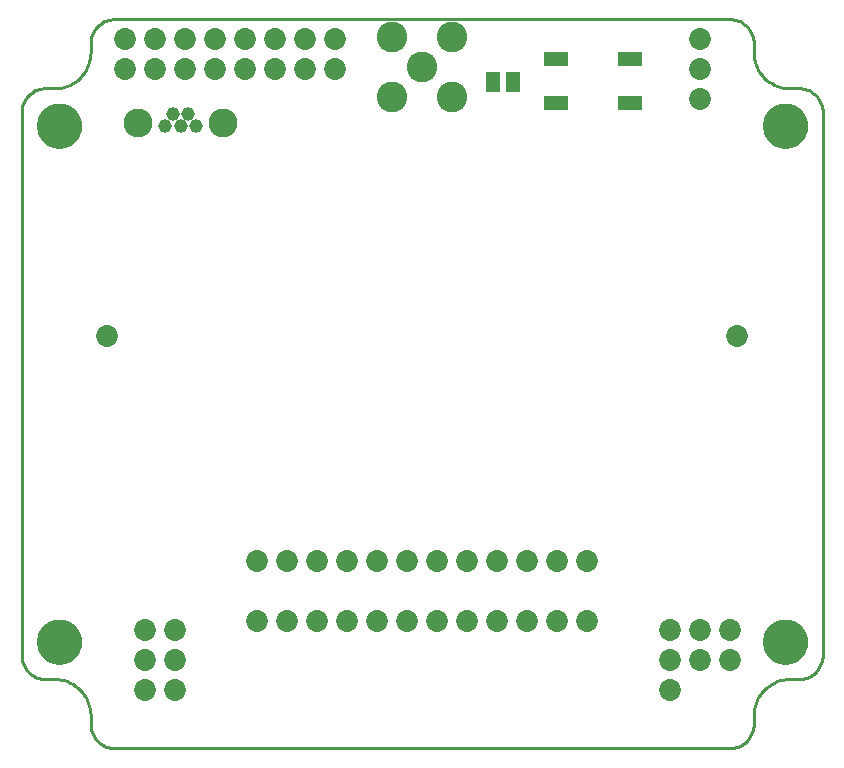
<source format=gbr>
G04 EAGLE Gerber RS-274X export*
G75*
%MOMM*%
%FSLAX34Y34*%
%LPD*%
%INSoldermask Bottom*%
%IPPOS*%
%AMOC8*
5,1,8,0,0,1.08239X$1,22.5*%
G01*
%ADD10C,3.759200*%
%ADD11C,2.603200*%
%ADD12C,1.853200*%
%ADD13C,1.161200*%
%ADD14C,2.453200*%
%ADD15R,2.003200X1.303200*%
%ADD16R,1.173200X1.673200*%
%ADD17C,0.254000*%


D10*
X31750Y90170D03*
X646430Y527050D03*
X31750Y527050D03*
X646430Y90170D03*
D11*
X339090Y576580D03*
X364490Y601980D03*
X364490Y551180D03*
X313690Y551180D03*
X313690Y601980D03*
D12*
X113030Y600710D03*
X87630Y575310D03*
X87630Y600710D03*
X138430Y575310D03*
X138430Y600710D03*
X113030Y575310D03*
X189230Y575310D03*
X163830Y575310D03*
X265430Y600710D03*
X265430Y575310D03*
X240030Y575310D03*
X214630Y575310D03*
X240030Y600710D03*
X214630Y600710D03*
X189230Y600710D03*
X163830Y600710D03*
D13*
X134620Y527050D03*
X121620Y527050D03*
X128120Y537050D03*
X141120Y537050D03*
X147620Y527050D03*
D14*
X98870Y529250D03*
X170370Y529250D03*
D15*
X452870Y546650D03*
X514870Y546650D03*
X452870Y583650D03*
X514870Y583650D03*
D12*
X574040Y600710D03*
X574040Y549910D03*
X574040Y575310D03*
X605790Y349250D03*
X72390Y349250D03*
X599440Y100330D03*
X599440Y74930D03*
X574040Y100330D03*
X574040Y74930D03*
X548640Y49530D03*
X548640Y100330D03*
X548640Y74930D03*
X478790Y107950D03*
X453390Y107950D03*
X427990Y107950D03*
X402590Y107950D03*
X377190Y107950D03*
X351790Y107950D03*
X478790Y158750D03*
X453390Y158750D03*
X427990Y158750D03*
X402590Y158750D03*
X377190Y158750D03*
X351790Y158750D03*
X326390Y107950D03*
X300990Y107950D03*
X275590Y107950D03*
X250190Y107950D03*
X224790Y107950D03*
X199390Y107950D03*
X326390Y158750D03*
X300990Y158750D03*
X275590Y158750D03*
X250190Y158750D03*
X224790Y158750D03*
X199390Y158750D03*
X129540Y49530D03*
X129540Y100330D03*
X129540Y74930D03*
X104140Y49530D03*
X104140Y100330D03*
X104140Y74930D03*
D16*
X415970Y563880D03*
X399370Y563880D03*
D17*
X0Y78740D02*
X77Y76969D01*
X309Y75211D01*
X692Y73481D01*
X1225Y71790D01*
X1904Y70152D01*
X2722Y68580D01*
X3675Y67085D01*
X4754Y65679D01*
X5952Y64372D01*
X7259Y63174D01*
X8665Y62095D01*
X10160Y61142D01*
X11732Y60324D01*
X13370Y59645D01*
X15061Y59112D01*
X16791Y58729D01*
X18549Y58497D01*
X20320Y58420D01*
X27940Y58420D01*
X30597Y58304D01*
X33233Y57957D01*
X35829Y57381D01*
X38365Y56582D01*
X40821Y55564D01*
X43180Y54336D01*
X45423Y52908D01*
X47532Y51289D01*
X49493Y49493D01*
X51289Y47532D01*
X52908Y45423D01*
X54336Y43180D01*
X55564Y40821D01*
X56582Y38365D01*
X57381Y35829D01*
X57957Y33233D01*
X58304Y30597D01*
X58420Y27940D01*
X58420Y20320D01*
X58497Y18549D01*
X58729Y16791D01*
X59112Y15061D01*
X59645Y13370D01*
X60324Y11732D01*
X61142Y10160D01*
X62095Y8665D01*
X63174Y7259D01*
X64372Y5952D01*
X65679Y4754D01*
X67085Y3675D01*
X68580Y2722D01*
X70152Y1904D01*
X71790Y1225D01*
X73481Y692D01*
X75211Y309D01*
X76969Y77D01*
X78740Y0D01*
X599440Y0D01*
X601211Y77D01*
X602969Y309D01*
X604699Y692D01*
X606390Y1225D01*
X608028Y1904D01*
X609600Y2722D01*
X611095Y3675D01*
X612501Y4754D01*
X613808Y5952D01*
X615006Y7259D01*
X616085Y8665D01*
X617038Y10160D01*
X617856Y11732D01*
X618535Y13370D01*
X619068Y15061D01*
X619451Y16791D01*
X619683Y18549D01*
X619760Y20320D01*
X619760Y27940D01*
X619876Y30597D01*
X620223Y33233D01*
X620799Y35829D01*
X621598Y38365D01*
X622616Y40821D01*
X623844Y43180D01*
X625272Y45423D01*
X626891Y47532D01*
X628687Y49493D01*
X630648Y51289D01*
X632757Y52908D01*
X635000Y54336D01*
X637359Y55564D01*
X639815Y56582D01*
X642351Y57381D01*
X644947Y57957D01*
X647584Y58304D01*
X650240Y58420D01*
X657860Y58420D01*
X659631Y58497D01*
X661389Y58729D01*
X663119Y59112D01*
X664810Y59645D01*
X666448Y60324D01*
X668020Y61142D01*
X669515Y62095D01*
X670921Y63174D01*
X672228Y64372D01*
X673426Y65679D01*
X674505Y67085D01*
X675458Y68580D01*
X676276Y70152D01*
X676955Y71790D01*
X677488Y73481D01*
X677871Y75211D01*
X678103Y76969D01*
X678180Y78740D01*
X678180Y538480D01*
X678103Y540251D01*
X677871Y542009D01*
X677488Y543739D01*
X676955Y545430D01*
X676276Y547068D01*
X675458Y548640D01*
X674505Y550135D01*
X673426Y551541D01*
X672228Y552848D01*
X670921Y554046D01*
X669515Y555125D01*
X668020Y556078D01*
X666448Y556896D01*
X664810Y557575D01*
X663119Y558108D01*
X661389Y558491D01*
X659631Y558723D01*
X657860Y558800D01*
X650240Y558800D01*
X647584Y558916D01*
X644947Y559263D01*
X642351Y559839D01*
X639815Y560638D01*
X637359Y561656D01*
X635000Y562884D01*
X632757Y564312D01*
X630648Y565931D01*
X628687Y567727D01*
X626891Y569688D01*
X625272Y571797D01*
X623844Y574040D01*
X622616Y576399D01*
X621598Y578855D01*
X620799Y581391D01*
X620223Y583987D01*
X619876Y586624D01*
X619760Y589280D01*
X619760Y596900D01*
X619683Y598671D01*
X619451Y600429D01*
X619068Y602159D01*
X618535Y603850D01*
X617856Y605488D01*
X617038Y607060D01*
X616085Y608555D01*
X615006Y609961D01*
X613808Y611268D01*
X612501Y612466D01*
X611095Y613545D01*
X609600Y614498D01*
X608028Y615316D01*
X606390Y615995D01*
X604699Y616528D01*
X602969Y616911D01*
X601211Y617143D01*
X599440Y617220D01*
X78740Y617220D01*
X76969Y617143D01*
X75211Y616911D01*
X73481Y616528D01*
X71790Y615995D01*
X70152Y615316D01*
X68580Y614498D01*
X67085Y613545D01*
X65679Y612466D01*
X64372Y611268D01*
X63174Y609961D01*
X62095Y608555D01*
X61142Y607060D01*
X60324Y605488D01*
X59645Y603850D01*
X59112Y602159D01*
X58729Y600429D01*
X58497Y598671D01*
X58420Y596900D01*
X58420Y589280D01*
X58304Y586624D01*
X57957Y583987D01*
X57381Y581391D01*
X56582Y578855D01*
X55564Y576399D01*
X54336Y574040D01*
X52908Y571797D01*
X51289Y569688D01*
X49493Y567727D01*
X47532Y565931D01*
X45423Y564312D01*
X43180Y562884D01*
X40821Y561656D01*
X38365Y560638D01*
X35829Y559839D01*
X33233Y559263D01*
X30597Y558916D01*
X27940Y558800D01*
X20320Y558800D01*
X18549Y558723D01*
X16791Y558491D01*
X15061Y558108D01*
X13370Y557575D01*
X11732Y556896D01*
X10160Y556078D01*
X8665Y555125D01*
X7259Y554046D01*
X5952Y552848D01*
X4754Y551541D01*
X3675Y550135D01*
X2722Y548640D01*
X1904Y547068D01*
X1225Y545430D01*
X692Y543739D01*
X309Y542009D01*
X77Y540251D01*
X0Y538480D01*
X0Y78740D01*
X49530Y89588D02*
X49454Y88426D01*
X49302Y87272D01*
X49075Y86130D01*
X48774Y85006D01*
X48399Y83904D01*
X47954Y82828D01*
X47439Y81784D01*
X46857Y80776D01*
X46210Y79808D01*
X45502Y78884D01*
X44734Y78009D01*
X43911Y77186D01*
X43036Y76419D01*
X42112Y75710D01*
X41144Y75063D01*
X40136Y74481D01*
X39092Y73966D01*
X38016Y73521D01*
X36914Y73147D01*
X35790Y72845D01*
X34648Y72618D01*
X33494Y72466D01*
X32332Y72390D01*
X31168Y72390D01*
X30006Y72466D01*
X28852Y72618D01*
X27710Y72845D01*
X26586Y73147D01*
X25484Y73521D01*
X24408Y73966D01*
X23364Y74481D01*
X22356Y75063D01*
X21388Y75710D01*
X20464Y76419D01*
X19589Y77186D01*
X18766Y78009D01*
X17999Y78884D01*
X17290Y79808D01*
X16643Y80776D01*
X16061Y81784D01*
X15546Y82828D01*
X15101Y83904D01*
X14727Y85006D01*
X14425Y86130D01*
X14198Y87272D01*
X14046Y88426D01*
X13970Y89588D01*
X13970Y90752D01*
X14046Y91914D01*
X14198Y93068D01*
X14425Y94210D01*
X14727Y95334D01*
X15101Y96436D01*
X15546Y97512D01*
X16061Y98556D01*
X16643Y99564D01*
X17290Y100532D01*
X17999Y101456D01*
X18766Y102331D01*
X19589Y103154D01*
X20464Y103922D01*
X21388Y104630D01*
X22356Y105277D01*
X23364Y105859D01*
X24408Y106374D01*
X25484Y106819D01*
X26586Y107194D01*
X27710Y107495D01*
X28852Y107722D01*
X30006Y107874D01*
X31168Y107950D01*
X32332Y107950D01*
X33494Y107874D01*
X34648Y107722D01*
X35790Y107495D01*
X36914Y107194D01*
X38016Y106819D01*
X39092Y106374D01*
X40136Y105859D01*
X41144Y105277D01*
X42112Y104630D01*
X43036Y103922D01*
X43911Y103154D01*
X44734Y102331D01*
X45502Y101456D01*
X46210Y100532D01*
X46857Y99564D01*
X47439Y98556D01*
X47954Y97512D01*
X48399Y96436D01*
X48774Y95334D01*
X49075Y94210D01*
X49302Y93068D01*
X49454Y91914D01*
X49530Y90752D01*
X49530Y89588D01*
X664210Y526468D02*
X664134Y525306D01*
X663982Y524152D01*
X663755Y523010D01*
X663454Y521886D01*
X663079Y520784D01*
X662634Y519708D01*
X662119Y518664D01*
X661537Y517656D01*
X660890Y516688D01*
X660182Y515764D01*
X659414Y514889D01*
X658591Y514066D01*
X657716Y513299D01*
X656792Y512590D01*
X655824Y511943D01*
X654816Y511361D01*
X653772Y510846D01*
X652696Y510401D01*
X651594Y510027D01*
X650470Y509725D01*
X649328Y509498D01*
X648174Y509346D01*
X647012Y509270D01*
X645848Y509270D01*
X644686Y509346D01*
X643532Y509498D01*
X642390Y509725D01*
X641266Y510027D01*
X640164Y510401D01*
X639088Y510846D01*
X638044Y511361D01*
X637036Y511943D01*
X636068Y512590D01*
X635144Y513299D01*
X634269Y514066D01*
X633446Y514889D01*
X632679Y515764D01*
X631970Y516688D01*
X631323Y517656D01*
X630741Y518664D01*
X630226Y519708D01*
X629781Y520784D01*
X629407Y521886D01*
X629105Y523010D01*
X628878Y524152D01*
X628726Y525306D01*
X628650Y526468D01*
X628650Y527632D01*
X628726Y528794D01*
X628878Y529948D01*
X629105Y531090D01*
X629407Y532214D01*
X629781Y533316D01*
X630226Y534392D01*
X630741Y535436D01*
X631323Y536444D01*
X631970Y537412D01*
X632679Y538336D01*
X633446Y539211D01*
X634269Y540034D01*
X635144Y540802D01*
X636068Y541510D01*
X637036Y542157D01*
X638044Y542739D01*
X639088Y543254D01*
X640164Y543699D01*
X641266Y544074D01*
X642390Y544375D01*
X643532Y544602D01*
X644686Y544754D01*
X645848Y544830D01*
X647012Y544830D01*
X648174Y544754D01*
X649328Y544602D01*
X650470Y544375D01*
X651594Y544074D01*
X652696Y543699D01*
X653772Y543254D01*
X654816Y542739D01*
X655824Y542157D01*
X656792Y541510D01*
X657716Y540802D01*
X658591Y540034D01*
X659414Y539211D01*
X660182Y538336D01*
X660890Y537412D01*
X661537Y536444D01*
X662119Y535436D01*
X662634Y534392D01*
X663079Y533316D01*
X663454Y532214D01*
X663755Y531090D01*
X663982Y529948D01*
X664134Y528794D01*
X664210Y527632D01*
X664210Y526468D01*
X49530Y526468D02*
X49454Y525306D01*
X49302Y524152D01*
X49075Y523010D01*
X48774Y521886D01*
X48399Y520784D01*
X47954Y519708D01*
X47439Y518664D01*
X46857Y517656D01*
X46210Y516688D01*
X45502Y515764D01*
X44734Y514889D01*
X43911Y514066D01*
X43036Y513299D01*
X42112Y512590D01*
X41144Y511943D01*
X40136Y511361D01*
X39092Y510846D01*
X38016Y510401D01*
X36914Y510027D01*
X35790Y509725D01*
X34648Y509498D01*
X33494Y509346D01*
X32332Y509270D01*
X31168Y509270D01*
X30006Y509346D01*
X28852Y509498D01*
X27710Y509725D01*
X26586Y510027D01*
X25484Y510401D01*
X24408Y510846D01*
X23364Y511361D01*
X22356Y511943D01*
X21388Y512590D01*
X20464Y513299D01*
X19589Y514066D01*
X18766Y514889D01*
X17999Y515764D01*
X17290Y516688D01*
X16643Y517656D01*
X16061Y518664D01*
X15546Y519708D01*
X15101Y520784D01*
X14727Y521886D01*
X14425Y523010D01*
X14198Y524152D01*
X14046Y525306D01*
X13970Y526468D01*
X13970Y527632D01*
X14046Y528794D01*
X14198Y529948D01*
X14425Y531090D01*
X14727Y532214D01*
X15101Y533316D01*
X15546Y534392D01*
X16061Y535436D01*
X16643Y536444D01*
X17290Y537412D01*
X17999Y538336D01*
X18766Y539211D01*
X19589Y540034D01*
X20464Y540802D01*
X21388Y541510D01*
X22356Y542157D01*
X23364Y542739D01*
X24408Y543254D01*
X25484Y543699D01*
X26586Y544074D01*
X27710Y544375D01*
X28852Y544602D01*
X30006Y544754D01*
X31168Y544830D01*
X32332Y544830D01*
X33494Y544754D01*
X34648Y544602D01*
X35790Y544375D01*
X36914Y544074D01*
X38016Y543699D01*
X39092Y543254D01*
X40136Y542739D01*
X41144Y542157D01*
X42112Y541510D01*
X43036Y540802D01*
X43911Y540034D01*
X44734Y539211D01*
X45502Y538336D01*
X46210Y537412D01*
X46857Y536444D01*
X47439Y535436D01*
X47954Y534392D01*
X48399Y533316D01*
X48774Y532214D01*
X49075Y531090D01*
X49302Y529948D01*
X49454Y528794D01*
X49530Y527632D01*
X49530Y526468D01*
X664210Y89588D02*
X664134Y88426D01*
X663982Y87272D01*
X663755Y86130D01*
X663454Y85006D01*
X663079Y83904D01*
X662634Y82828D01*
X662119Y81784D01*
X661537Y80776D01*
X660890Y79808D01*
X660182Y78884D01*
X659414Y78009D01*
X658591Y77186D01*
X657716Y76419D01*
X656792Y75710D01*
X655824Y75063D01*
X654816Y74481D01*
X653772Y73966D01*
X652696Y73521D01*
X651594Y73147D01*
X650470Y72845D01*
X649328Y72618D01*
X648174Y72466D01*
X647012Y72390D01*
X645848Y72390D01*
X644686Y72466D01*
X643532Y72618D01*
X642390Y72845D01*
X641266Y73147D01*
X640164Y73521D01*
X639088Y73966D01*
X638044Y74481D01*
X637036Y75063D01*
X636068Y75710D01*
X635144Y76419D01*
X634269Y77186D01*
X633446Y78009D01*
X632679Y78884D01*
X631970Y79808D01*
X631323Y80776D01*
X630741Y81784D01*
X630226Y82828D01*
X629781Y83904D01*
X629407Y85006D01*
X629105Y86130D01*
X628878Y87272D01*
X628726Y88426D01*
X628650Y89588D01*
X628650Y90752D01*
X628726Y91914D01*
X628878Y93068D01*
X629105Y94210D01*
X629407Y95334D01*
X629781Y96436D01*
X630226Y97512D01*
X630741Y98556D01*
X631323Y99564D01*
X631970Y100532D01*
X632679Y101456D01*
X633446Y102331D01*
X634269Y103154D01*
X635144Y103922D01*
X636068Y104630D01*
X637036Y105277D01*
X638044Y105859D01*
X639088Y106374D01*
X640164Y106819D01*
X641266Y107194D01*
X642390Y107495D01*
X643532Y107722D01*
X644686Y107874D01*
X645848Y107950D01*
X647012Y107950D01*
X648174Y107874D01*
X649328Y107722D01*
X650470Y107495D01*
X651594Y107194D01*
X652696Y106819D01*
X653772Y106374D01*
X654816Y105859D01*
X655824Y105277D01*
X656792Y104630D01*
X657716Y103922D01*
X658591Y103154D01*
X659414Y102331D01*
X660182Y101456D01*
X660890Y100532D01*
X661537Y99564D01*
X662119Y98556D01*
X662634Y97512D01*
X663079Y96436D01*
X663454Y95334D01*
X663755Y94210D01*
X663982Y93068D01*
X664134Y91914D01*
X664210Y90752D01*
X664210Y89588D01*
M02*

</source>
